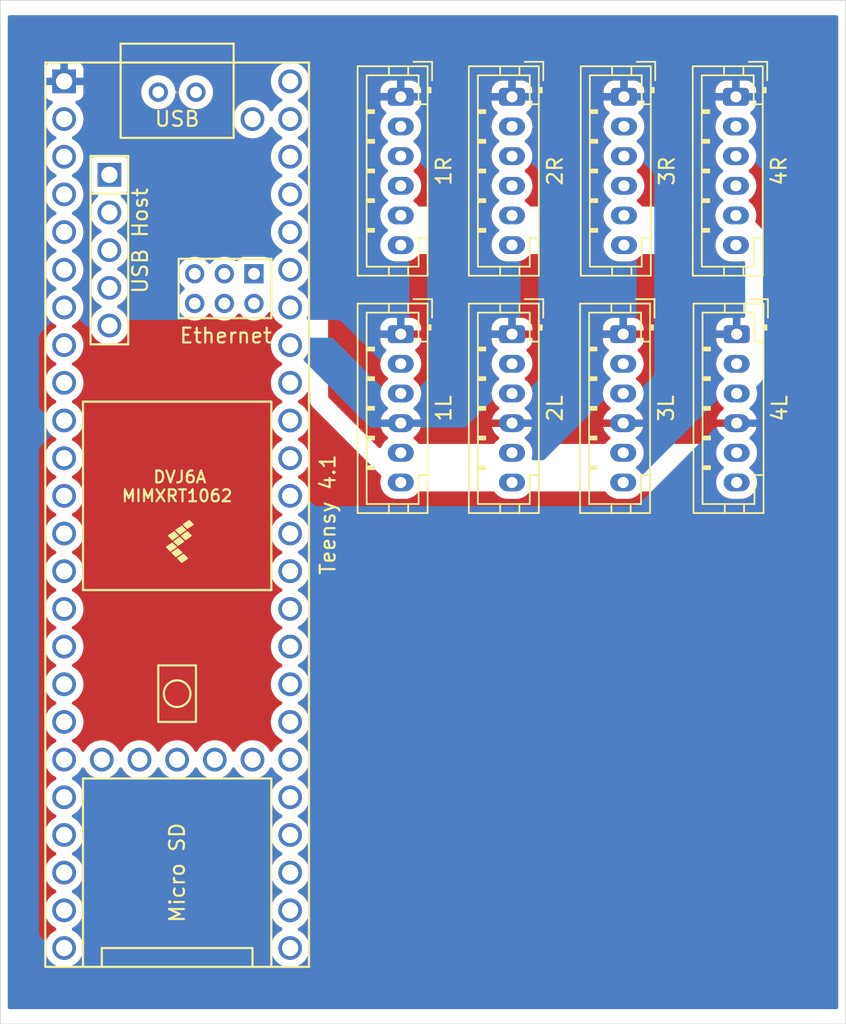
<source format=kicad_pcb>
(kicad_pcb (version 20241229) (generator "pcbnew") (generator_version "9.0")
  (layers (0 "F.Cu" signal) (4 "In1.Cu" signal) (6 "In2.Cu" signal) (2 "B.Cu" signal) (13 "F.Paste" user) (15 "B.Paste" user) (5 "F.SilkS" user "F.Silkscreen") (7 "B.SilkS" user "B.Silkscreen") (1 "F.Mask" user) (3 "B.Mask" user) (25 "Edge.Cuts" user))
  (net 0 "")
  (net 56 "+3.3V")
  (net 59 "BCLK1")
  (net 60 "LRCLK1")
  (net 61 "SAI1_RXD0")
  (net 62 "SAI1_RXD1")
  (net 63 "SAI1_RXD2")
  (net 64 "SAI2_RXD0")
  (net 65 "SAI1_RXD3")
  (net 66 "SAI2_RXD1")
  (net 67 "GND")
  (footprint "Connector_JST:JST_PH_B6B-PH-K_1x06_P2.00mm_Vertical" (layer "F.Cu") (at 228.65 51 -90)
    (property "Reference" "4L" (at 5 -2.9 90) (layer "F.SilkS"))
    (property "Value" "LeftMic")
    (fp_line (start -2.06 2.91) (end 12.06 2.91) (stroke (width 0.12)) (layer "F.SilkS"))
    (fp_line (start 12.06 2.91) (end 12.06 -1.81) (stroke (width 0.12)) (layer "F.SilkS"))
    (fp_line (start -1.45 2.3) (end 11.45 2.3) (stroke (width 0.12)) (layer "F.SilkS"))
    (fp_line (start 0.9 2.3) (end 0.9 1.8) (stroke (width 0.12)) (layer "F.SilkS"))
    (fp_line (start 1 2.3) (end 1 1.8) (stroke (width 0.12)) (layer "F.SilkS"))
    (fp_line (start 2.9 2.3) (end 2.9 1.8) (stroke (width 0.12)) (layer "F.SilkS"))
    (fp_line (start 3 2.3) (end 3 1.8) (stroke (width 0.12)) (layer "F.SilkS"))
    (fp_line (start 4.9 2.3) (end 4.9 1.8) (stroke (width 0.12)) (layer "F.SilkS"))
    (fp_line (start 5 2.3) (end 5 1.8) (stroke (width 0.12)) (layer "F.SilkS"))
    (fp_line (start 6.9 2.3) (end 6.9 1.8) (stroke (width 0.12)) (layer "F.SilkS"))
    (fp_line (start 7 2.3) (end 7 1.8) (stroke (width 0.12)) (layer "F.SilkS"))
    (fp_line (start 8.9 2.3) (end 8.9 1.8) (stroke (width 0.12)) (layer "F.SilkS"))
    (fp_line (start 9 2.3) (end 9 1.8) (stroke (width 0.12)) (layer "F.SilkS"))
    (fp_line (start 11.45 2.3) (end 11.45 -1.2) (stroke (width 0.12)) (layer "F.SilkS"))
    (fp_line (start 0.9 1.8) (end 1.1 1.8) (stroke (width 0.12)) (layer "F.SilkS"))
    (fp_line (start 1.1 1.8) (end 1.1 2.3) (stroke (width 0.12)) (layer "F.SilkS"))
    (fp_line (start 2.9 1.8) (end 3.1 1.8) (stroke (width 0.12)) (layer "F.SilkS"))
    (fp_line (start 3.1 1.8) (end 3.1 2.3) (stroke (width 0.12)) (layer "F.SilkS"))
    (fp_line (start 4.9 1.8) (end 5.1 1.8) (stroke (width 0.12)) (layer "F.SilkS"))
    (fp_line (start 5.1 1.8) (end 5.1 2.3) (stroke (width 0.12)) (layer "F.SilkS"))
    (fp_line (start 6.9 1.8) (end 7.1 1.8) (stroke (width 0.12)) (layer "F.SilkS"))
    (fp_line (start 7.1 1.8) (end 7.1 2.3) (stroke (width 0.12)) (layer "F.SilkS"))
    (fp_line (start 8.9 1.8) (end 9.1 1.8) (stroke (width 0.12)) (layer "F.SilkS"))
    (fp_line (start 9.1 1.8) (end 9.1 2.3) (stroke (width 0.12)) (layer "F.SilkS"))
    (fp_line (start -2.06 0.8) (end -1.45 0.8) (stroke (width 0.12)) (layer "F.SilkS"))
    (fp_line (start 12.06 0.8) (end 11.45 0.8) (stroke (width 0.12)) (layer "F.SilkS"))
    (fp_line (start -2.06 -0.5) (end -1.45 -0.5) (stroke (width 0.12)) (layer "F.SilkS"))
    (fp_line (start 12.06 -0.5) (end 11.45 -0.5) (stroke (width 0.12)) (layer "F.SilkS"))
    (fp_line (start -1.45 -1.2) (end -1.45 2.3) (stroke (width 0.12)) (layer "F.SilkS"))
    (fp_line (start 0.5 -1.2) (end -1.45 -1.2) (stroke (width 0.12)) (layer "F.SilkS"))
    (fp_line (start 9.5 -1.2) (end 9.5 -1.81) (stroke (width 0.12)) (layer "F.SilkS"))
    (fp_line (start 11.45 -1.2) (end 9.5 -1.2) (stroke (width 0.12)) (layer "F.SilkS"))
    (fp_line (start -2.06 -1.81) (end -2.06 2.91) (stroke (width 0.12)) (layer "F.SilkS"))
    (fp_line (start -0.3 -1.81) (end -0.3 -2.01) (stroke (width 0.12)) (layer "F.SilkS"))
    (fp_line (start 0.5 -1.81) (end 0.5 -1.2) (stroke (width 0.12)) (layer "F.SilkS"))
    (fp_line (start 12.06 -1.81) (end -2.06 -1.81) (stroke (width 0.12)) (layer "F.SilkS"))
    (fp_line (start -0.3 -1.91) (end -0.6 -1.91) (stroke (width 0.12)) (layer "F.SilkS"))
    (fp_line (start -0.6 -2.01) (end -0.6 -1.81) (stroke (width 0.12)) (layer "F.SilkS"))
    (fp_line (start -0.3 -2.01) (end -0.6 -2.01) (stroke (width 0.12)) (layer "F.SilkS"))
    (fp_line (start -2.36 -2.11) (end -2.36 -0.86) (stroke (width 0.12)) (layer "F.SilkS"))
    (fp_line (start -1.11 -2.11) (end -2.36 -2.11) (stroke (width 0.12)) (layer "F.SilkS"))
    (pad "1" thru_hole roundrect (at 0 0 270) (size 1.2 1.75) (drill 0.75) (layers "*.Cu" "*.Mask") (roundrect_rratio 0.208333) (net 67 "GND"))
    (pad "2" thru_hole oval (at 2 0 270) (size 1.2 1.75) (drill 0.75) (layers "*.Cu" "*.Mask") (net 56 "+3.3V"))
    (pad "3" thru_hole oval (at 4 0 270) (size 1.2 1.75) (drill 0.75) (layers "*.Cu" "*.Mask") (net 65 "SAI1_RXD3"))
    (pad "4" thru_hole oval (at 6 0 270) (size 1.2 1.75) (drill 0.75) (layers "*.Cu" "*.Mask") (net 67 "GND"))
    (pad "5" thru_hole oval (at 8 0 270) (size 1.2 1.75) (drill 0.75) (layers "*.Cu" "*.Mask") (net 59 "BCLK1"))
    (pad "6" thru_hole oval (at 10 0 270) (size 1.2 1.75) (drill 0.75) (layers "*.Cu" "*.Mask") (net 60 "LRCLK1"))
  )
  (footprint "Connector_JST:JST_PH_B6B-PH-K_1x06_P2.00mm_Vertical" (layer "F.Cu") (at 221 51 -90)
    (property "Reference" "3L" (at 5 -2.9 90) (layer "F.SilkS"))
    (property "Value" "LeftMic")
    (fp_line (start -2.06 2.91) (end 12.06 2.91) (stroke (width 0.12)) (layer "F.SilkS"))
    (fp_line (start 12.06 2.91) (end 12.06 -1.81) (stroke (width 0.12)) (layer "F.SilkS"))
    (fp_line (start -1.45 2.3) (end 11.45 2.3) (stroke (width 0.12)) (layer "F.SilkS"))
    (fp_line (start 0.9 2.3) (end 0.9 1.8) (stroke (width 0.12)) (layer "F.SilkS"))
    (fp_line (start 1 2.3) (end 1 1.8) (stroke (width 0.12)) (layer "F.SilkS"))
    (fp_line (start 2.9 2.3) (end 2.9 1.8) (stroke (width 0.12)) (layer "F.SilkS"))
    (fp_line (start 3 2.3) (end 3 1.8) (stroke (width 0.12)) (layer "F.SilkS"))
    (fp_line (start 4.9 2.3) (end 4.9 1.8) (stroke (width 0.12)) (layer "F.SilkS"))
    (fp_line (start 5 2.3) (end 5 1.8) (stroke (width 0.12)) (layer "F.SilkS"))
    (fp_line (start 6.9 2.3) (end 6.9 1.8) (stroke (width 0.12)) (layer "F.SilkS"))
    (fp_line (start 7 2.3) (end 7 1.8) (stroke (width 0.12)) (layer "F.SilkS"))
    (fp_line (start 8.9 2.3) (end 8.9 1.8) (stroke (width 0.12)) (layer "F.SilkS"))
    (fp_line (start 9 2.3) (end 9 1.8) (stroke (width 0.12)) (layer "F.SilkS"))
    (fp_line (start 11.45 2.3) (end 11.45 -1.2) (stroke (width 0.12)) (layer "F.SilkS"))
    (fp_line (start 0.9 1.8) (end 1.1 1.8) (stroke (width 0.12)) (layer "F.SilkS"))
    (fp_line (start 1.1 1.8) (end 1.1 2.3) (stroke (width 0.12)) (layer "F.SilkS"))
    (fp_line (start 2.9 1.8) (end 3.1 1.8) (stroke (width 0.12)) (layer "F.SilkS"))
    (fp_line (start 3.1 1.8) (end 3.1 2.3) (stroke (width 0.12)) (layer "F.SilkS"))
    (fp_line (start 4.9 1.8) (end 5.1 1.8) (stroke (width 0.12)) (layer "F.SilkS"))
    (fp_line (start 5.1 1.8) (end 5.1 2.3) (stroke (width 0.12)) (layer "F.SilkS"))
    (fp_line (start 6.9 1.8) (end 7.1 1.8) (stroke (width 0.12)) (layer "F.SilkS"))
    (fp_line (start 7.1 1.8) (end 7.1 2.3) (stroke (width 0.12)) (layer "F.SilkS"))
    (fp_line (start 8.9 1.8) (end 9.1 1.8) (stroke (width 0.12)) (layer "F.SilkS"))
    (fp_line (start 9.1 1.8) (end 9.1 2.3) (stroke (width 0.12)) (layer "F.SilkS"))
    (fp_line (start -2.06 0.8) (end -1.45 0.8) (stroke (width 0.12)) (layer "F.SilkS"))
    (fp_line (start 12.06 0.8) (end 11.45 0.8) (stroke (width 0.12)) (layer "F.SilkS"))
    (fp_line (start -2.06 -0.5) (end -1.45 -0.5) (stroke (width 0.12)) (layer "F.SilkS"))
    (fp_line (start 12.06 -0.5) (end 11.45 -0.5) (stroke (width 0.12)) (layer "F.SilkS"))
    (fp_line (start -1.45 -1.2) (end -1.45 2.3) (stroke (width 0.12)) (layer "F.SilkS"))
    (fp_line (start 0.5 -1.2) (end -1.45 -1.2) (stroke (width 0.12)) (layer "F.SilkS"))
    (fp_line (start 9.5 -1.2) (end 9.5 -1.81) (stroke (width 0.12)) (layer "F.SilkS"))
    (fp_line (start 11.45 -1.2) (end 9.5 -1.2) (stroke (width 0.12)) (layer "F.SilkS"))
    (fp_line (start -2.06 -1.81) (end -2.06 2.91) (stroke (width 0.12)) (layer "F.SilkS"))
    (fp_line (start -0.3 -1.81) (end -0.3 -2.01) (stroke (width 0.12)) (layer "F.SilkS"))
    (fp_line (start 0.5 -1.81) (end 0.5 -1.2) (stroke (width 0.12)) (layer "F.SilkS"))
    (fp_line (start 12.06 -1.81) (end -2.06 -1.81) (stroke (width 0.12)) (layer "F.SilkS"))
    (fp_line (start -0.3 -1.91) (end -0.6 -1.91) (stroke (width 0.12)) (layer "F.SilkS"))
    (fp_line (start -0.6 -2.01) (end -0.6 -1.81) (stroke (width 0.12)) (layer "F.SilkS"))
    (fp_line (start -0.3 -2.01) (end -0.6 -2.01) (stroke (width 0.12)) (layer "F.SilkS"))
    (fp_line (start -2.36 -2.11) (end -2.36 -0.86) (stroke (width 0.12)) (layer "F.SilkS"))
    (fp_line (start -1.11 -2.11) (end -2.36 -2.11) (stroke (width 0.12)) (layer "F.SilkS"))
    (pad "1" thru_hole roundrect (at 0 0 270) (size 1.2 1.75) (drill 0.75) (layers "*.Cu" "*.Mask") (roundrect_rratio 0.208333) (net 67 "GND"))
    (pad "2" thru_hole oval (at 2 0 270) (size 1.2 1.75) (drill 0.75) (layers "*.Cu" "*.Mask") (net 56 "+3.3V"))
    (pad "3" thru_hole oval (at 4 0 270) (size 1.2 1.75) (drill 0.75) (layers "*.Cu" "*.Mask") (net 63 "SAI1_RXD2"))
    (pad "4" thru_hole oval (at 6 0 270) (size 1.2 1.75) (drill 0.75) (layers "*.Cu" "*.Mask") (net 67 "GND"))
    (pad "5" thru_hole oval (at 8 0 270) (size 1.2 1.75) (drill 0.75) (layers "*.Cu" "*.Mask") (net 59 "BCLK1"))
    (pad "6" thru_hole oval (at 10 0 270) (size 1.2 1.75) (drill 0.75) (layers "*.Cu" "*.Mask") (net 60 "LRCLK1"))
  )
  (footprint "Connector_JST:JST_PH_B6B-PH-K_1x06_P2.00mm_Vertical" (layer "F.Cu") (at 221.05 35 -90)
    (property "Reference" "3R" (at 5 -2.9 90) (layer "F.SilkS"))
    (property "Value" "RightMic")
    (fp_line (start -2.06 2.91) (end 12.06 2.91) (stroke (width 0.12)) (layer "F.SilkS"))
    (fp_line (start 12.06 2.91) (end 12.06 -1.81) (stroke (width 0.12)) (layer "F.SilkS"))
    (fp_line (start -1.45 2.3) (end 11.45 2.3) (stroke (width 0.12)) (layer "F.SilkS"))
    (fp_line (start 0.9 2.3) (end 0.9 1.8) (stroke (width 0.12)) (layer "F.SilkS"))
    (fp_line (start 1 2.3) (end 1 1.8) (stroke (width 0.12)) (layer "F.SilkS"))
    (fp_line (start 2.9 2.3) (end 2.9 1.8) (stroke (width 0.12)) (layer "F.SilkS"))
    (fp_line (start 3 2.3) (end 3 1.8) (stroke (width 0.12)) (layer "F.SilkS"))
    (fp_line (start 4.9 2.3) (end 4.9 1.8) (stroke (width 0.12)) (layer "F.SilkS"))
    (fp_line (start 5 2.3) (end 5 1.8) (stroke (width 0.12)) (layer "F.SilkS"))
    (fp_line (start 6.9 2.3) (end 6.9 1.8) (stroke (width 0.12)) (layer "F.SilkS"))
    (fp_line (start 7 2.3) (end 7 1.8) (stroke (width 0.12)) (layer "F.SilkS"))
    (fp_line (start 8.9 2.3) (end 8.9 1.8) (stroke (width 0.12)) (layer "F.SilkS"))
    (fp_line (start 9 2.3) (end 9 1.8) (stroke (width 0.12)) (layer "F.SilkS"))
    (fp_line (start 11.45 2.3) (end 11.45 -1.2) (stroke (width 0.12)) (layer "F.SilkS"))
    (fp_line (start 0.9 1.8) (end 1.1 1.8) (stroke (width 0.12)) (layer "F.SilkS"))
    (fp_line (start 1.1 1.8) (end 1.1 2.3) (stroke (width 0.12)) (layer "F.SilkS"))
    (fp_line (start 2.9 1.8) (end 3.1 1.8) (stroke (width 0.12)) (layer "F.SilkS"))
    (fp_line (start 3.1 1.8) (end 3.1 2.3) (stroke (width 0.12)) (layer "F.SilkS"))
    (fp_line (start 4.9 1.8) (end 5.1 1.8) (stroke (width 0.12)) (layer "F.SilkS"))
    (fp_line (start 5.1 1.8) (end 5.1 2.3) (stroke (width 0.12)) (layer "F.SilkS"))
    (fp_line (start 6.9 1.8) (end 7.1 1.8) (stroke (width 0.12)) (layer "F.SilkS"))
    (fp_line (start 7.1 1.8) (end 7.1 2.3) (stroke (width 0.12)) (layer "F.SilkS"))
    (fp_line (start 8.9 1.8) (end 9.1 1.8) (stroke (width 0.12)) (layer "F.SilkS"))
    (fp_line (start 9.1 1.8) (end 9.1 2.3) (stroke (width 0.12)) (layer "F.SilkS"))
    (fp_line (start -2.06 0.8) (end -1.45 0.8) (stroke (width 0.12)) (layer "F.SilkS"))
    (fp_line (start 12.06 0.8) (end 11.45 0.8) (stroke (width 0.12)) (layer "F.SilkS"))
    (fp_line (start -2.06 -0.5) (end -1.45 -0.5) (stroke (width 0.12)) (layer "F.SilkS"))
    (fp_line (start 12.06 -0.5) (end 11.45 -0.5) (stroke (width 0.12)) (layer "F.SilkS"))
    (fp_line (start -1.45 -1.2) (end -1.45 2.3) (stroke (width 0.12)) (layer "F.SilkS"))
    (fp_line (start 0.5 -1.2) (end -1.45 -1.2) (stroke (width 0.12)) (layer "F.SilkS"))
    (fp_line (start 9.5 -1.2) (end 9.5 -1.81) (stroke (width 0.12)) (layer "F.SilkS"))
    (fp_line (start 11.45 -1.2) (end 9.5 -1.2) (stroke (width 0.12)) (layer "F.SilkS"))
    (fp_line (start -2.06 -1.81) (end -2.06 2.91) (stroke (width 0.12)) (layer "F.SilkS"))
    (fp_line (start -0.3 -1.81) (end -0.3 -2.01) (stroke (width 0.12)) (layer "F.SilkS"))
    (fp_line (start 0.5 -1.81) (end 0.5 -1.2) (stroke (width 0.12)) (layer "F.SilkS"))
    (fp_line (start 12.06 -1.81) (end -2.06 -1.81) (stroke (width 0.12)) (layer "F.SilkS"))
    (fp_line (start -0.3 -1.91) (end -0.6 -1.91) (stroke (width 0.12)) (layer "F.SilkS"))
    (fp_line (start -0.6 -2.01) (end -0.6 -1.81) (stroke (width 0.12)) (layer "F.SilkS"))
    (fp_line (start -0.3 -2.01) (end -0.6 -2.01) (stroke (width 0.12)) (layer "F.SilkS"))
    (fp_line (start -2.36 -2.11) (end -2.36 -0.86) (stroke (width 0.12)) (layer "F.SilkS"))
    (fp_line (start -1.11 -2.11) (end -2.36 -2.11) (stroke (width 0.12)) (layer "F.SilkS"))
    (pad "1" thru_hole roundrect (at 0 0 270) (size 1.2 1.75) (drill 0.75) (layers "*.Cu" "*.Mask") (roundrect_rratio 0.208333) (net 67 "GND"))
    (pad "2" thru_hole oval (at 2 0 270) (size 1.2 1.75) (drill 0.75) (layers "*.Cu" "*.Mask") (net 56 "+3.3V"))
    (pad "3" thru_hole oval (at 4 0 270) (size 1.2 1.75) (drill 0.75) (layers "*.Cu" "*.Mask") (net 63 "SAI1_RXD2"))
    (pad "4" thru_hole oval (at 6 0 270) (size 1.2 1.75) (drill 0.75) (layers "*.Cu" "*.Mask") (net 56 "+3.3V"))
    (pad "5" thru_hole oval (at 8 0 270) (size 1.2 1.75) (drill 0.75) (layers "*.Cu" "*.Mask") (net 59 "BCLK1"))
    (pad "6" thru_hole oval (at 10 0 270) (size 1.2 1.75) (drill 0.75) (layers "*.Cu" "*.Mask") (net 60 "LRCLK1"))
  )
  (footprint "Connector_JST:JST_PH_B6B-PH-K_1x06_P2.00mm_Vertical" (layer "F.Cu") (at 206 51 -90)
    (property "Reference" "1L" (at 5 -2.9 90) (layer "F.SilkS"))
    (property "Value" "LeftMic")
    (fp_line (start -2.06 2.91) (end 12.06 2.91) (stroke (width 0.12)) (layer "F.SilkS"))
    (fp_line (start 12.06 2.91) (end 12.06 -1.81) (stroke (width 0.12)) (layer "F.SilkS"))
    (fp_line (start -1.45 2.3) (end 11.45 2.3) (stroke (width 0.12)) (layer "F.SilkS"))
    (fp_line (start 0.9 2.3) (end 0.9 1.8) (stroke (width 0.12)) (layer "F.SilkS"))
    (fp_line (start 1 2.3) (end 1 1.8) (stroke (width 0.12)) (layer "F.SilkS"))
    (fp_line (start 2.9 2.3) (end 2.9 1.8) (stroke (width 0.12)) (layer "F.SilkS"))
    (fp_line (start 3 2.3) (end 3 1.8) (stroke (width 0.12)) (layer "F.SilkS"))
    (fp_line (start 4.9 2.3) (end 4.9 1.8) (stroke (width 0.12)) (layer "F.SilkS"))
    (fp_line (start 5 2.3) (end 5 1.8) (stroke (width 0.12)) (layer "F.SilkS"))
    (fp_line (start 6.9 2.3) (end 6.9 1.8) (stroke (width 0.12)) (layer "F.SilkS"))
    (fp_line (start 7 2.3) (end 7 1.8) (stroke (width 0.12)) (layer "F.SilkS"))
    (fp_line (start 8.9 2.3) (end 8.9 1.8) (stroke (width 0.12)) (layer "F.SilkS"))
    (fp_line (start 9 2.3) (end 9 1.8) (stroke (width 0.12)) (layer "F.SilkS"))
    (fp_line (start 11.45 2.3) (end 11.45 -1.2) (stroke (width 0.12)) (layer "F.SilkS"))
    (fp_line (start 0.9 1.8) (end 1.1 1.8) (stroke (width 0.12)) (layer "F.SilkS"))
    (fp_line (start 1.1 1.8) (end 1.1 2.3) (stroke (width 0.12)) (layer "F.SilkS"))
    (fp_line (start 2.9 1.8) (end 3.1 1.8) (stroke (width 0.12)) (layer "F.SilkS"))
    (fp_line (start 3.1 1.8) (end 3.1 2.3) (stroke (width 0.12)) (layer "F.SilkS"))
    (fp_line (start 4.9 1.8) (end 5.1 1.8) (stroke (width 0.12)) (layer "F.SilkS"))
    (fp_line (start 5.1 1.8) (end 5.1 2.3) (stroke (width 0.12)) (layer "F.SilkS"))
    (fp_line (start 6.9 1.8) (end 7.1 1.8) (stroke (width 0.12)) (layer "F.SilkS"))
    (fp_line (start 7.1 1.8) (end 7.1 2.3) (stroke (width 0.12)) (layer "F.SilkS"))
    (fp_line (start 8.9 1.8) (end 9.1 1.8) (stroke (width 0.12)) (layer "F.SilkS"))
    (fp_line (start 9.1 1.8) (end 9.1 2.3) (stroke (width 0.12)) (layer "F.SilkS"))
    (fp_line (start -2.06 0.8) (end -1.45 0.8) (stroke (width 0.12)) (layer "F.SilkS"))
    (fp_line (start 12.06 0.8) (end 11.45 0.8) (stroke (width 0.12)) (layer "F.SilkS"))
    (fp_line (start -2.06 -0.5) (end -1.45 -0.5) (stroke (width 0.12)) (layer "F.SilkS"))
    (fp_line (start 12.06 -0.5) (end 11.45 -0.5) (stroke (width 0.12)) (layer "F.SilkS"))
    (fp_line (start -1.45 -1.2) (end -1.45 2.3) (stroke (width 0.12)) (layer "F.SilkS"))
    (fp_line (start 0.5 -1.2) (end -1.45 -1.2) (stroke (width 0.12)) (layer "F.SilkS"))
    (fp_line (start 9.5 -1.2) (end 9.5 -1.81) (stroke (width 0.12)) (layer "F.SilkS"))
    (fp_line (start 11.45 -1.2) (end 9.5 -1.2) (stroke (width 0.12)) (layer "F.SilkS"))
    (fp_line (start -2.06 -1.81) (end -2.06 2.91) (stroke (width 0.12)) (layer "F.SilkS"))
    (fp_line (start -0.3 -1.81) (end -0.3 -2.01) (stroke (width 0.12)) (layer "F.SilkS"))
    (fp_line (start 0.5 -1.81) (end 0.5 -1.2) (stroke (width 0.12)) (layer "F.SilkS"))
    (fp_line (start 12.06 -1.81) (end -2.06 -1.81) (stroke (width 0.12)) (layer "F.SilkS"))
    (fp_line (start -0.3 -1.91) (end -0.6 -1.91) (stroke (width 0.12)) (layer "F.SilkS"))
    (fp_line (start -0.6 -2.01) (end -0.6 -1.81) (stroke (width 0.12)) (layer "F.SilkS"))
    (fp_line (start -0.3 -2.01) (end -0.6 -2.01) (stroke (width 0.12)) (layer "F.SilkS"))
    (fp_line (start -2.36 -2.11) (end -2.36 -0.86) (stroke (width 0.12)) (layer "F.SilkS"))
    (fp_line (start -1.11 -2.11) (end -2.36 -2.11) (stroke (width 0.12)) (layer "F.SilkS"))
    (pad "1" thru_hole roundrect (at 0 0 270) (size 1.2 1.75) (drill 0.75) (layers "*.Cu" "*.Mask") (roundrect_rratio 0.208333) (net 67 "GND"))
    (pad "2" thru_hole oval (at 2 0 270) (size 1.2 1.75) (drill 0.75) (layers "*.Cu" "*.Mask") (net 56 "+3.3V"))
    (pad "3" thru_hole oval (at 4 0 270) (size 1.2 1.75) (drill 0.75) (layers "*.Cu" "*.Mask") (net 61 "SAI1_RXD0"))
    (pad "4" thru_hole oval (at 6 0 270) (size 1.2 1.75) (drill 0.75) (layers "*.Cu" "*.Mask") (net 67 "GND"))
    (pad "5" thru_hole oval (at 8 0 270) (size 1.2 1.75) (drill 0.75) (layers "*.Cu" "*.Mask") (net 59 "BCLK1"))
    (pad "6" thru_hole oval (at 10 0 270) (size 1.2 1.75) (drill 0.75) (layers "*.Cu" "*.Mask") (net 60 "LRCLK1"))
  )
  (footprint "Connector_JST:JST_PH_B6B-PH-K_1x06_P2.00mm_Vertical" (layer "F.Cu") (at 228.6 35 -90)
    (property "Reference" "4R" (at 5 -2.9 90) (layer "F.SilkS"))
    (property "Value" "RightMic")
    (fp_line (start -2.06 2.91) (end 12.06 2.91) (stroke (width 0.12)) (layer "F.SilkS"))
    (fp_line (start 12.06 2.91) (end 12.06 -1.81) (stroke (width 0.12)) (layer "F.SilkS"))
    (fp_line (start -1.45 2.3) (end 11.45 2.3) (stroke (width 0.12)) (layer "F.SilkS"))
    (fp_line (start 0.9 2.3) (end 0.9 1.8) (stroke (width 0.12)) (layer "F.SilkS"))
    (fp_line (start 1 2.3) (end 1 1.8) (stroke (width 0.12)) (layer "F.SilkS"))
    (fp_line (start 2.9 2.3) (end 2.9 1.8) (stroke (width 0.12)) (layer "F.SilkS"))
    (fp_line (start 3 2.3) (end 3 1.8) (stroke (width 0.12)) (layer "F.SilkS"))
    (fp_line (start 4.9 2.3) (end 4.9 1.8) (stroke (width 0.12)) (layer "F.SilkS"))
    (fp_line (start 5 2.3) (end 5 1.8) (stroke (width 0.12)) (layer "F.SilkS"))
    (fp_line (start 6.9 2.3) (end 6.9 1.8) (stroke (width 0.12)) (layer "F.SilkS"))
    (fp_line (start 7 2.3) (end 7 1.8) (stroke (width 0.12)) (layer "F.SilkS"))
    (fp_line (start 8.9 2.3) (end 8.9 1.8) (stroke (width 0.12)) (layer "F.SilkS"))
    (fp_line (start 9 2.3) (end 9 1.8) (stroke (width 0.12)) (layer "F.SilkS"))
    (fp_line (start 11.45 2.3) (end 11.45 -1.2) (stroke (width 0.12)) (layer "F.SilkS"))
    (fp_line (start 0.9 1.8) (end 1.1 1.8) (stroke (width 0.12)) (layer "F.SilkS"))
    (fp_line (start 1.1 1.8) (end 1.1 2.3) (stroke (width 0.12)) (layer "F.SilkS"))
    (fp_line (start 2.9 1.8) (end 3.1 1.8) (stroke (width 0.12)) (layer "F.SilkS"))
    (fp_line (start 3.1 1.8) (end 3.1 2.3) (stroke (width 0.12)) (layer "F.SilkS"))
    (fp_line (start 4.9 1.8) (end 5.1 1.8) (stroke (width 0.12)) (layer "F.SilkS"))
    (fp_line (start 5.1 1.8) (end 5.1 2.3) (stroke (width 0.12)) (layer "F.SilkS"))
    (fp_line (start 6.9 1.8) (end 7.1 1.8) (stroke (width 0.12)) (layer "F.SilkS"))
    (fp_line (start 7.1 1.8) (end 7.1 2.3) (stroke (width 0.12)) (layer "F.SilkS"))
    (fp_line (start 8.9 1.8) (end 9.1 1.8) (stroke (width 0.12)) (layer "F.SilkS"))
    (fp_line (start 9.1 1.8) (end 9.1 2.3) (stroke (width 0.12)) (layer "F.SilkS"))
    (fp_line (start -2.06 0.8) (end -1.45 0.8) (stroke (width 0.12)) (layer "F.SilkS"))
    (fp_line (start 12.06 0.8) (end 11.45 0.8) (stroke (width 0.12)) (layer "F.SilkS"))
    (fp_line (start -2.06 -0.5) (end -1.45 -0.5) (stroke (width 0.12)) (layer "F.SilkS"))
    (fp_line (start 12.06 -0.5) (end 11.45 -0.5) (stroke (width 0.12)) (layer "F.SilkS"))
    (fp_line (start -1.45 -1.2) (end -1.45 2.3) (stroke (width 0.12)) (layer "F.SilkS"))
    (fp_line (start 0.5 -1.2) (end -1.45 -1.2) (stroke (width 0.12)) (layer "F.SilkS"))
    (fp_line (start 9.5 -1.2) (end 9.5 -1.81) (stroke (width 0.12)) (layer "F.SilkS"))
    (fp_line (start 11.45 -1.2) (end 9.5 -1.2) (stroke (width 0.12)) (layer "F.SilkS"))
    (fp_line (start -2.06 -1.81) (end -2.06 2.91) (stroke (width 0.12)) (layer "F.SilkS"))
    (fp_line (start -0.3 -1.81) (end -0.3 -2.01) (stroke (width 0.12)) (layer "F.SilkS"))
    (fp_line (start 0.5 -1.81) (end 0.5 -1.2) (stroke (width 0.12)) (layer "F.SilkS"))
    (fp_line (start 12.06 -1.81) (end -2.06 -1.81) (stroke (width 0.12)) (layer "F.SilkS"))
    (fp_line (start -0.3 -1.91) (end -0.6 -1.91) (stroke (width 0.12)) (layer "F.SilkS"))
    (fp_line (start -0.6 -2.01) (end -0.6 -1.81) (stroke (width 0.12)) (layer "F.SilkS"))
    (fp_line (start -0.3 -2.01) (end -0.6 -2.01) (stroke (width 0.12)) (layer "F.SilkS"))
    (fp_line (start -2.36 -2.11) (end -2.36 -0.86) (stroke (width 0.12)) (layer "F.SilkS"))
    (fp_line (start -1.11 -2.11) (end -2.36 -2.11) (stroke (width 0.12)) (layer "F.SilkS"))
    (pad "1" thru_hole roundrect (at 0 0 270) (size 1.2 1.75) (drill 0.75) (layers "*.Cu" "*.Mask") (roundrect_rratio 0.208333) (net 67 "GND"))
    (pad "2" thru_hole oval (at 2 0 270) (size 1.2 1.75) (drill 0.75) (layers "*.Cu" "*.Mask") (net 56 "+3.3V"))
    (pad "3" thru_hole oval (at 4 0 270) (size 1.2 1.75) (drill 0.75) (layers "*.Cu" "*.Mask") (net 65 "SAI1_RXD3"))
    (pad "4" thru_hole oval (at 6 0 270) (size 1.2 1.75) (drill 0.75) (layers "*.Cu" "*.Mask") (net 56 "+3.3V"))
    (pad "5" thru_hole oval (at 8 0 270) (size 1.2 1.75) (drill 0.75) (layers "*.Cu" "*.Mask") (net 59 "BCLK1"))
    (pad "6" thru_hole oval (at 10 0 270) (size 1.2 1.75) (drill 0.75) (layers "*.Cu" "*.Mask") (net 60 "LRCLK1"))
  )
  (footprint "Connector_JST:JST_PH_B6B-PH-K_1x06_P2.00mm_Vertical" (layer "F.Cu") (at 213.5 51 -90)
    (property "Reference" "2L" (at 5 -2.9 90) (layer "F.SilkS"))
    (property "Value" "LeftMic")
    (fp_line (start -2.06 2.91) (end 12.06 2.91) (stroke (width 0.12)) (layer "F.SilkS"))
    (fp_line (start 12.06 2.91) (end 12.06 -1.81) (stroke (width 0.12)) (layer "F.SilkS"))
    (fp_line (start -1.45 2.3) (end 11.45 2.3) (stroke (width 0.12)) (layer "F.SilkS"))
    (fp_line (start 0.9 2.3) (end 0.9 1.8) (stroke (width 0.12)) (layer "F.SilkS"))
    (fp_line (start 1 2.3) (end 1 1.8) (stroke (width 0.12)) (layer "F.SilkS"))
    (fp_line (start 2.9 2.3) (end 2.9 1.8) (stroke (width 0.12)) (layer "F.SilkS"))
    (fp_line (start 3 2.3) (end 3 1.8) (stroke (width 0.12)) (layer "F.SilkS"))
    (fp_line (start 4.9 2.3) (end 4.9 1.8) (stroke (width 0.12)) (layer "F.SilkS"))
    (fp_line (start 5 2.3) (end 5 1.8) (stroke (width 0.12)) (layer "F.SilkS"))
    (fp_line (start 6.9 2.3) (end 6.9 1.8) (stroke (width 0.12)) (layer "F.SilkS"))
    (fp_line (start 7 2.3) (end 7 1.8) (stroke (width 0.12)) (layer "F.SilkS"))
    (fp_line (start 8.9 2.3) (end 8.9 1.8) (stroke (width 0.12)) (layer "F.SilkS"))
    (fp_line (start 9 2.3) (end 9 1.8) (stroke (width 0.12)) (layer "F.SilkS"))
    (fp_line (start 11.45 2.3) (end 11.45 -1.2) (stroke (width 0.12)) (layer "F.SilkS"))
    (fp_line (start 0.9 1.8) (end 1.1 1.8) (stroke (width 0.12)) (layer "F.SilkS"))
    (fp_line (start 1.1 1.8) (end 1.1 2.3) (stroke (width 0.12)) (layer "F.SilkS"))
    (fp_line (start 2.9 1.8) (end 3.1 1.8) (stroke (width 0.12)) (layer "F.SilkS"))
    (fp_line (start 3.1 1.8) (end 3.1 2.3) (stroke (width 0.12)) (layer "F.SilkS"))
    (fp_line (start 4.9 1.8) (end 5.1 1.8) (stroke (width 0.12)) (layer "F.SilkS"))
    (fp_line (start 5.1 1.8) (end 5.1 2.3) (stroke (width 0.12)) (layer "F.SilkS"))
    (fp_line (start 6.9 1.8) (end 7.1 1.8) (stroke (width 0.12)) (layer "F.SilkS"))
    (fp_line (start 7.1 1.8) (end 7.1 2.3) (stroke (width 0.12)) (layer "F.SilkS"))
    (fp_line (start 8.9 1.8) (end 9.1 1.8) (stroke (width 0.12)) (layer "F.SilkS"))
    (fp_line (start 9.1 1.8) (end 9.1 2.3) (stroke (width 0.12)) (layer "F.SilkS"))
    (fp_line (start -2.06 0.8) (end -1.45 0.8) (stroke (width 0.12)) (layer "F.SilkS"))
    (fp_line (start 12.06 0.8) (end 11.45 0.8) (stroke (width 0.12)) (layer "F.SilkS"))
    (fp_line (start -2.06 -0.5) (end -1.45 -0.5) (stroke (width 0.12)) (layer "F.SilkS"))
    (fp_line (start 12.06 -0.5) (end 11.45 -0.5) (stroke (width 0.12)) (layer "F.SilkS"))
    (fp_line (start -1.45 -1.2) (end -1.45 2.3) (stroke (width 0.12)) (layer "F.SilkS"))
    (fp_line (start 0.5 -1.2) (end -1.45 -1.2) (stroke (width 0.12)) (layer "F.SilkS"))
    (fp_line (start 9.5 -1.2) (end 9.5 -1.81) (stroke (width 0.12)) (layer "F.SilkS"))
    (fp_line (start 11.45 -1.2) (end 9.5 -1.2) (stroke (width 0.12)) (layer "F.SilkS"))
    (fp_line (start -2.06 -1.81) (end -2.06 2.91) (stroke (width 0.12)) (layer "F.SilkS"))
    (fp_line (start -0.3 -1.81) (end -0.3 -2.01) (stroke (width 0.12)) (layer "F.SilkS"))
    (fp_line (start 0.5 -1.81) (end 0.5 -1.2) (stroke (width 0.12)) (layer "F.SilkS"))
    (fp_line (start 12.06 -1.81) (end -2.06 -1.81) (stroke (width 0.12)) (layer "F.SilkS"))
    (fp_line (start -0.3 -1.91) (end -0.6 -1.91) (stroke (width 0.12)) (layer "F.SilkS"))
    (fp_line (start -0.6 -2.01) (end -0.6 -1.81) (stroke (width 0.12)) (layer "F.SilkS"))
    (fp_line (start -0.3 -2.01) (end -0.6 -2.01) (stroke (width 0.12)) (layer "F.SilkS"))
    (fp_line (start -2.36 -2.11) (end -2.36 -0.86) (stroke (width 0.12)) (layer "F.SilkS"))
    (fp_line (start -1.11 -2.11) (end -2.36 -2.11) (stroke (width 0.12)) (layer "F.SilkS"))
    (pad "1" thru_hole roundrect (at 0 0 270) (size 1.2 1.75) (drill 0.75) (layers "*.Cu" "*.Mask") (roundrect_rratio 0.208333) (net 67 "GND"))
    (pad "2" thru_hole oval (at 2 0 270) (size 1.2 1.75) (drill 0.75) (layers "*.Cu" "*.Mask") (net 56 "+3.3V"))
    (pad "3" thru_hole oval (at 4 0 270) (size 1.2 1.75) (drill 0.75) (layers "*.Cu" "*.Mask") (net 62 "SAI1_RXD1"))
    (pad "4" thru_hole oval (at 6 0 270) (size 1.2 1.75) (drill 0.75) (layers "*.Cu" "*.Mask") (net 67 "GND"))
    (pad "5" thru_hole oval (at 8 0 270) (size 1.2 1.75) (drill 0.75) (layers "*.Cu" "*.Mask") (net 59 "BCLK1"))
    (pad "6" thru_hole oval (at 10 0 270) (size 1.2 1.75) (drill 0.75) (layers "*.Cu" "*.Mask") (net 60 "LRCLK1"))
  )
  (footprint "teensy:Teensy41" (layer "F.Cu") (at 190.92 63.17 -90)
    (property "Reference" "Teensy 4.1" (at 0 -10.16 90) (layer "F.SilkS"))
    (property "Value" "Teensy4.1")
    (fp_line (start -30.48 8.89) (end -30.48 -8.89) (stroke (width 0.15)) (layer "F.SilkS"))
    (fp_line (start 30.48 8.89) (end -30.48 8.89) (stroke (width 0.15)) (layer "F.SilkS"))
    (fp_line (start -7.62 6.35) (end 5.08 6.35) (stroke (width 0.15)) (layer "F.SilkS"))
    (fp_line (start 5.08 6.35) (end 5.08 -6.35) (stroke (width 0.15)) (layer "F.SilkS"))
    (fp_line (start 17.78 6.35) (end 30.48 6.35) (stroke (width 0.15)) (layer "F.SilkS"))
    (fp_line (start -24.1808 5.8392) (end -24.1808 3.2992) (stroke (width 0.15)) (layer "F.SilkS"))
    (fp_line (start -11.4808 5.8392) (end -24.1808 5.8392) (stroke (width 0.15)) (layer "F.SilkS"))
    (fp_line (start 29.21 5.08) (end 30.48 5.08) (stroke (width 0.15)) (layer "F.SilkS"))
    (fp_line (start -31.75 3.81) (end -31.75 -3.81) (stroke (width 0.15)) (layer "F.SilkS"))
    (fp_line (start -30.48 3.81) (end -31.75 3.81) (stroke (width 0.15)) (layer "F.SilkS"))
    (fp_line (start -25.4 3.81) (end -30.48 3.81) (stroke (width 0.15)) (layer "F.SilkS"))
    (fp_line (start -25.4 3.81) (end -25.4 -3.81) (stroke (width 0.15)) (layer "F.SilkS"))
    (fp_line (start -24.1808 3.2992) (end -21.6408 3.2992) (stroke (width 0.15)) (layer "F.SilkS"))
    (fp_line (start -24.1808 3.2992) (end -11.4808 3.2992) (stroke (width 0.15)) (layer "F.SilkS"))
    (fp_line (start -21.6408 3.2992) (end -21.6408 5.8392) (stroke (width 0.15)) (layer "F.SilkS"))
    (fp_line (start -11.4808 3.2992) (end -11.4808 5.8392) (stroke (width 0.15)) (layer "F.SilkS"))
    (fp_line (start 10.16 1.27) (end 10.16 -1.27) (stroke (width 0.15)) (layer "F.SilkS"))
    (fp_line (start 13.97 1.27) (end 10.16 1.27) (stroke (width 0.15)) (layer "F.SilkS"))
    (fp_line (start -17.25 -0.1016) (end -13.25 -0.1016) (stroke (width 0.15)) (layer "F.SilkS"))
    (fp_line (start -13.25 -0.1016) (end -13.25 -6.3516) (stroke (width 0.15)) (layer "F.SilkS"))
    (fp_line (start 10.16 -1.27) (end 13.97 -1.27) (stroke (width 0.15)) (layer "F.SilkS"))
    (fp_line (start 13.97 -1.27) (end 13.97 1.27) (stroke (width 0.15)) (layer "F.SilkS"))
    (fp_line (start -31.75 -3.81) (end -30.48 -3.81) (stroke (width 0.15)) (layer "F.SilkS"))
    (fp_line (start -25.4 -3.81) (end -30.48 -3.81) (stroke (width 0.15)) (layer "F.SilkS"))
    (fp_line (start 29.21 -5.08) (end 29.21 5.08) (stroke (width 0.15)) (layer "F.SilkS"))
    (fp_line (start 30.48 -5.08) (end 29.21 -5.08) (stroke (width 0.15)) (layer "F.SilkS"))
    (fp_line (start -17.25 -6.1016) (end -17.25 -0.1016) (stroke (width 0.15)) (layer "F.SilkS"))
    (fp_line (start -7.62 -6.35) (end -7.62 6.35) (stroke (width 0.15)) (layer "F.SilkS"))
    (fp_line (start 5.08 -6.35) (end -7.62 -6.35) (stroke (width 0.15)) (layer "F.SilkS"))
    (fp_line (start 17.78 -6.35) (end 17.78 6.35) (stroke (width 0.15)) (layer "F.SilkS"))
    (fp_line (start 30.48 -6.35) (end 17.78 -6.35) (stroke (width 0.15)) (layer "F.SilkS"))
    (fp_line (start -17.25 -6.3516) (end -17.25 -6.1016) (stroke (width 0.15)) (layer "F.SilkS"))
    (fp_line (start -13.25 -6.3516) (end -17.25 -6.3516) (stroke (width 0.15)) (layer "F.SilkS"))
    (fp_line (start -30.48 -8.89) (end 30.48 -8.89) (stroke (width 0.15)) (layer "F.SilkS"))
    (fp_line (start 30.48 -8.89) (end 30.48 8.89) (stroke (width 0.15)) (layer "F.SilkS"))
    (fp_circle (center 12.065 0) (end 12.7 -0.635) (stroke (width 0.15)) (fill no) (layer "F.SilkS"))
    (fp_poly (pts (xy 2.435 0.455) (xy 2.181 0.709) (xy 1.927 0.328) (xy 2.181 0.074)) (stroke (width 0.1)) (fill yes) (layer "F.SilkS"))
    (fp_poly (pts (xy 1.673 0.328) (xy 1.419 0.582) (xy 1.165 0.201) (xy 1.419 -0.053)) (stroke (width 0.1)) (fill yes) (layer "F.SilkS"))
    (fp_poly (pts (xy 2.816 0.074) (xy 2.562 0.328) (xy 2.308 -0.053) (xy 2.562 -0.307)) (stroke (width 0.1)) (fill yes) (layer "F.SilkS"))
    (fp_poly (pts (xy 2.054 -0.053) (xy 1.8 0.201) (xy 1.546 -0.18) (xy 1.8 -0.434)) (stroke (width 0.1)) (fill yes) (layer "F.SilkS"))
    (fp_poly (pts (xy 1.292 -0.18) (xy 1.038 0.074) (xy 0.784 -0.307) (xy 1.038 -0.561)) (stroke (width 0.1)) (fill yes) (layer "F.SilkS"))
    (fp_poly (pts (xy 3.197 -0.307) (xy 2.943 -0.053) (xy 2.689 -0.434) (xy 2.943 -0.688)) (stroke (width 0.1)) (fill yes) (layer "F.SilkS"))
    (fp_poly (pts (xy 1.673 -0.561) (xy 1.419 -0.307) (xy 1.165 -0.688) (xy 1.419 -0.942)) (stroke (width 0.1)) (fill yes) (layer "F.SilkS"))
    (fp_poly (pts (xy 0.911 -0.688) (xy 0.657 -0.434) (xy 0.403 -0.815) (xy 0.657 -1.069)) (stroke (width 0.1)) (fill yes) (layer "F.SilkS"))
    (fp_text user "DVJ6A" (at -2.54 -0.18 0) (layer "F.SilkS") (effects (font (size 0.8 0.8))))
    (fp_text user "Micro SD" (at 24.13 0 90) (layer "F.SilkS"))
    (fp_text user "USB Host" (at -18.4658 2.4892 90) (layer "F.SilkS"))
    (fp_text user "Ethernet" (at -12.065 -3.2766 0) (layer "F.SilkS"))
    (fp_text user "USB" (at -26.67 0 0) (layer "F.SilkS"))
    (fp_text user "MIMXRT1062" (at -1.27 0 0) (layer "F.SilkS") (effects (font (size 0.8 0.8))))
    (pad "1" thru_hole rect (at -29.21 7.62 270) (size 1.6 1.6) (drill 1.1) (layers "*.Cu" "*.Mask") (net 67 "GND"))
    (pad "2" thru_hole circle (at -26.67 7.62 270) (size 1.6 1.6) (drill 1.1) (layers "*.Cu" "*.Mask"))
    (pad "3" thru_hole circle (at -24.13 7.62 270) (size 1.6 1.6) (drill 1.1) (layers "*.Cu" "*.Mask"))
    (pad "4" thru_hole circle (at -21.59 7.62 270) (size 1.6 1.6) (drill 1.1) (layers "*.Cu" "*.Mask") (net 64 "SAI2_RXD0"))
    (pad "5" thru_hole circle (at -19.05 7.62 270) (size 1.6 1.6) (drill 1.1) (layers "*.Cu" "*.Mask"))
    (pad "6" thru_hole circle (at -16.51 7.62 270) (size 1.6 1.6) (drill 1.1) (layers "*.Cu" "*.Mask"))
    (pad "7" thru_hole circle (at -13.97 7.62 270) (size 1.6 1.6) (drill 1.1) (layers "*.Cu" "*.Mask") (net 66 "SAI2_RXD1"))
    (pad "8" thru_hole circle (at -11.43 7.62 270) (size 1.6 1.6) (drill 1.1) (layers "*.Cu" "*.Mask") (net 62 "SAI1_RXD1"))
    (pad "9" thru_hole circle (at -8.89 7.62 270) (size 1.6 1.6) (drill 1.1) (layers "*.Cu" "*.Mask"))
    (pad "10" thru_hole circle (at -6.35 7.62 270) (size 1.6 1.6) (drill 1.1) (layers "*.Cu" "*.Mask") (net 61 "SAI1_RXD0"))
    (pad "11" thru_hole circle (at -3.81 7.62 270) (size 1.6 1.6) (drill 1.1) (layers "*.Cu" "*.Mask") (net 65 "SAI1_RXD3"))
    (pad "12" thru_hole circle (at -1.27 7.62 270) (size 1.6 1.6) (drill 1.1) (layers "*.Cu" "*.Mask"))
    (pad "13" thru_hole circle (at 1.27 7.62 270) (size 1.6 1.6) (drill 1.1) (layers "*.Cu" "*.Mask"))
    (pad "14" thru_hole circle (at 3.81 7.62 270) (size 1.6 1.6) (drill 1.1) (layers "*.Cu" "*.Mask"))
    (pad "15" thru_hole circle (at 6.35 7.62 270) (size 1.6 1.6) (drill 1.1) (layers "*.Cu" "*.Mask"))
    (pad "16" thru_hole circle (at 8.89 7.62 270) (size 1.6 1.6) (drill 1.1) (layers "*.Cu" "*.Mask"))
    (pad "17" thru_hole circle (at 11.43 7.62 270) (size 1.6 1.6) (drill 1.1) (layers "*.Cu" "*.Mask"))
    (pad "18" thru_hole circle (at 13.97 7.62 270) (size 1.6 1.6) (drill 1.1) (layers "*.Cu" "*.Mask"))
    (pad "19" thru_hole circle (at 16.51 7.62 270) (size 1.6 1.6) (drill 1.1) (layers "*.Cu" "*.Mask"))
    (pad "20" thru_hole circle (at 19.05 7.62 270) (size 1.6 1.6) (drill 1.1) (layers "*.Cu" "*.Mask"))
    (pad "21" thru_hole circle (at 21.59 7.62 270) (size 1.6 1.6) (drill 1.1) (layers "*.Cu" "*.Mask"))
    (pad "22" thru_hole circle (at 24.13 7.62 270) (size 1.6 1.6) (drill 1.1) (layers "*.Cu" "*.Mask"))
    (pad "23" thru_hole circle (at 26.67 7.62 270) (size 1.6 1.6) (drill 1.1) (layers "*.Cu" "*.Mask"))
    (pad "24" thru_hole circle (at 29.21 7.62 270) (size 1.6 1.6) (drill 1.1) (layers "*.Cu" "*.Mask") (net 63 "SAI1_RXD2"))
    (pad "25" thru_hole circle (at 29.21 -7.62 270) (size 1.6 1.6) (drill 1.1) (layers "*.Cu" "*.Mask"))
    (pad "26" thru_hole circle (at 26.67 -7.62 270) (size 1.6 1.6) (drill 1.1) (layers "*.Cu" "*.Mask"))
    (pad "27" thru_hole circle (at 24.13 -7.62 270) (size 1.6 1.6) (drill 1.1) (layers "*.Cu" "*.Mask"))
    (pad "28" thru_hole circle (at 21.59 -7.62 270) (size 1.6 1.6) (drill 1.1) (layers "*.Cu" "*.Mask"))
    (pad "29" thru_hole circle (at 19.05 -7.62 270) (size 1.6 1.6) (drill 1.1) (layers "*.Cu" "*.Mask"))
    (pad "30" thru_hole circle (at 16.51 -7.62 270) (size 1.6 1.6) (drill 1.1) (layers "*.Cu" "*.Mask"))
    (pad "31" thru_hole circle (at 13.97 -7.62 270) (size 1.6 1.6) (drill 1.1) (layers "*.Cu" "*.Mask"))
    (pad "32" thru_hole circle (at 11.43 -7.62 270) (size 1.6 1.6) (drill 1.1) (layers "*.Cu" "*.Mask"))
    (pad "33" thru_hole circle (at 8.89 -7.62 270) (size 1.6 1.6) (drill 1.1) (layers "*.Cu" "*.Mask"))
    (pad "34" thru_hole circle (at 6.35 -7.62 270) (size 1.6 1.6) (drill 1.1) (layers "*.Cu" "*.Mask"))
    (pad "35" thru_hole circle (at 3.81 -7.62 270) (size 1.6 1.6) (drill 1.1) (layers "*.Cu" "*.Mask"))
    (pad "36" thru_hole circle (at 1.27 -7.62 270) (size 1.6 1.6) (drill 1.1) (layers "*.Cu" "*.Mask"))
    (pad "37" thru_hole circle (at -1.27 -7.62 270) (size 1.6 1.6) (drill 1.1) (layers "*.Cu" "*.Mask"))
    (pad "38" thru_hole circle (at -3.81 -7.62 270) (size 1.6 1.6) (drill 1.1) (layers "*.Cu" "*.Mask"))
    (pad "39" thru_hole circle (at -6.35 -7.62 270) (size 1.6 1.6) (drill 1.1) (layers "*.Cu" "*.Mask"))
    (pad "40" thru_hole circle (at -8.89 -7.62 270) (size 1.6 1.6) (drill 1.1) (layers "*.Cu" "*.Mask"))
    (pad "41" thru_hole circle (at -11.43 -7.62 270) (size 1.6 1.6) (drill 1.1) (layers "*.Cu" "*.Mask"))
    (pad "42" thru_hole circle (at -13.97 -7.62 270) (size 1.6 1.6) (drill 1.1) (layers "*.Cu" "*.Mask") (net 60 "LRCLK1"))
    (pad "43" thru_hole circle (at -16.51 -7.62 270) (size 1.6 1.6) (drill 1.1) (layers "*.Cu" "*.Mask") (net 59 "BCLK1"))
    (pad "44" thru_hole circle (at -19.05 -7.62 270) (size 1.6 1.6) (drill 1.1) (layers "*.Cu" "*.Mask"))
    (pad "45" thru_hole circle (at -21.59 -7.62 270) (size 1.6 1.6) (drill 1.1) (layers "*.Cu" "*.Mask"))
    (pad "46" thru_hole circle (at -24.13 -7.62 270) (size 1.6 1.6) (drill 1.1) (layers "*.Cu" "*.Mask") (net 56 "+3.3V"))
    (pad "47" thru_hole circle (at -26.67 -7.62 270) (size 1.6 1.6) (drill 1.1) (layers "*.Cu" "*.Mask"))
    (pad "48" thru_hole circle (at -29.21 -7.62 270) (size 1.6 1.6) (drill 1.1) (layers "*.Cu" "*.Mask"))
    (pad "49" thru_hole circle (at -26.67 -5.08 270) (size 1.6 1.6) (drill 1.1) (layers "*.Cu" "*.Mask"))
    (pad "50" thru_hole circle (at 16.51 5.08 270) (size 1.6 1.6) (drill 1.1) (layers "*.Cu" "*.Mask"))
    (pad "51" thru_hole circle (at 16.51 2.54 270) (size 1.6 1.6) (drill 1.1) (layers "*.Cu" "*.Mask"))
    (pad "52" thru_hole circle (at 16.51 0 270) (size 1.6 1.6) (drill 1.1) (layers "*.Cu" "*.Mask"))
    (pad "53" thru_hole circle (at 16.51 -2.54 270) (size 1.6 1.6) (drill 1.1) (layers "*.Cu" "*.Mask"))
    (pad "54" thru_hole circle (at 16.51 -5.08 270) (size 1.6 1.6) (drill 1.1) (layers "*.Cu" "*.Mask"))
    (pad "55" thru_hole rect (at -22.9108 4.5692 270) (size 1.6 1.6) (drill 1.1) (layers "*.Cu" "*.Mask"))
    (pad "56" thru_hole circle (at -20.3708 4.5692 270) (size 1.6 1.6) (drill 1.1) (layers "*.Cu" "*.Mask"))
    (pad "57" thru_hole circle (at -17.8308 4.5692 270) (size 1.6 1.6) (drill 1.1) (layers "*.Cu" "*.Mask"))
    (pad "58" thru_hole circle (at -15.2908 4.5692 270) (size 1.6 1.6) (drill 1.1) (layers "*.Cu" "*.Mask"))
    (pad "59" thru_hole circle (at -12.7508 4.5692 270) (size 1.6 1.6) (drill 1.1) (layers "*.Cu" "*.Mask"))
    (pad "60" thru_hole rect (at -16.24 -5.1816 270) (size 1.3 1.3) (drill 0.8) (layers "*.Cu" "*.Mask"))
    (pad "61" thru_hole circle (at -16.24 -3.1816 270) (size 1.3 1.3) (drill 0.8) (layers "*.Cu" "*.Mask"))
    (pad "62" thru_hole circle (at -16.24 -1.1816 270) (size 1.3 1.3) (drill 0.8) (layers "*.Cu" "*.Mask"))
    (pad "63" thru_hole circle (at -14.24 -1.1816 270) (size 1.3 1.3) (drill 0.8) (layers "*.Cu" "*.Mask"))
    (pad "64" thru_hole circle (at -14.24 -3.1816 270) (size 1.3 1.3) (drill 0.8) (layers "*.Cu" "*.Mask"))
    (pad "65" thru_hole circle (at -14.24 -5.1816 270) (size 1.3 1.3) (drill 0.8) (layers "*.Cu" "*.Mask"))
    (pad "66" thru_hole circle (at -28.48 -1.27 270) (size 1.3 1.3) (drill 0.8) (layers "*.Cu" "*.Mask"))
    (pad "67" thru_hole circle (at -28.48 1.27 270) (size 1.3 1.3) (drill 0.8) (layers "*.Cu" "*.Mask"))
  )
  (footprint "Connector_JST:JST_PH_B6B-PH-K_1x06_P2.00mm_Vertical" (layer "F.Cu") (at 213.5 35 -90)
    (property "Reference" "2R" (at 5 -2.9 90) (layer "F.SilkS"))
    (property "Value" "RightMic")
    (fp_line (start -2.06 2.91) (end 12.06 2.91) (stroke (width 0.12)) (layer "F.SilkS"))
    (fp_line (start 12.06 2.91) (end 12.06 -1.81) (stroke (width 0.12)) (layer "F.SilkS"))
    (fp_line (start -1.45 2.3) (end 11.45 2.3) (stroke (width 0.12)) (layer "F.SilkS"))
    (fp_line (start 0.9 2.3) (end 0.9 1.8) (stroke (width 0.12)) (layer "F.SilkS"))
    (fp_line (start 1 2.3) (end 1 1.8) (stroke (width 0.12)) (layer "F.SilkS"))
    (fp_line (start 2.9 2.3) (end 2.9 1.8) (stroke (width 0.12)) (layer "F.SilkS"))
    (fp_line (start 3 2.3) (end 3 1.8) (stroke (width 0.12)) (layer "F.SilkS"))
    (fp_line (start 4.9 2.3) (end 4.9 1.8) (stroke (width 0.12)) (layer "F.SilkS"))
    (fp_line (start 5 2.3) (end 5 1.8) (stroke (width 0.12)) (layer "F.SilkS"))
    (fp_line (start 6.9 2.3) (end 6.9 1.8) (stroke (width 0.12)) (layer "F.SilkS"))
    (fp_line (start 7 2.3) (end 7 1.8) (stroke (width 0.12)) (layer "F.SilkS"))
    (fp_line (start 8.9 2.3) (end 8.9 1.8) (stroke (width 0.12)) (layer "F.SilkS"))
    (fp_line (start 9 2.3) (end 9 1.8) (stroke (width 0.12)) (layer "F.SilkS"))
    (fp_line (start 11.45 2.3) (end 11.45 -1.2) (stroke (width 0.12)) (layer "F.SilkS"))
    (fp_line (start 0.9 1.8) (end 1.1 1.8) (stroke (width 0.12)) (layer "F.SilkS"))
    (fp_line (start 1.1 1.8) (end 1.1 2.3) (stroke (width 0.12)) (layer "F.SilkS"))
    (fp_line (start 2.9 1.8) (end 3.1 1.8) (stroke (width 0.12)) (layer "F.SilkS"))
    (fp_line (start 3.1 1.8) (end 3.1 2.3) (stroke (width 0.12)) (layer "F.SilkS"))
    (fp_line (start 4.9 1.8) (end 5.1 1.8) (stroke (width 0.12)) (layer "F.SilkS"))
    (fp_line (start 5.1 1.8) (end 5.1 2.3) (stroke (width 0.12)) (layer "F.SilkS"))
    (fp_line (start 6.9 1.8) (end 7.1 1.8) (stroke (width 0.12)) (layer "F.SilkS"))
    (fp_line (start 7.1 1.8) (end 7.1 2.3) (stroke (width 0.12)) (layer "F.SilkS"))
    (fp_line (start 8.9 1.8) (end 9.1 1.8) (stroke (width 0.12)) (layer "F.SilkS"))
    (fp_line (start 9.1 1.8) (end 9.1 2.3) (stroke (width 0.12)) (layer "F.SilkS"))
    (fp_line (start -2.06 0.8) (end -1.45 0.8) (stroke (width 0.12)) (layer "F.SilkS"))
    (fp_line (start 12.06 0.8) (end 11.45 0.8) (stroke (width 0.12)) (layer "F.SilkS"))
    (fp_line (start -2.06 -0.5) (end -1.45 -0.5) (stroke (width 0.12)) (layer "F.SilkS"))
    (fp_line (start 12.06 -0.5) (end 11.45 -0.5) (stroke (width 0.12)) (layer "F.SilkS"))
    (fp_line (start -1.45 -1.2) (end -1.45 2.3) (stroke (width 0.12)) (layer "F.SilkS"))
    (fp_line (start 0.5 -1.2) (end -1.45 -1.2) (stroke (width 0.12)) (layer "F.SilkS"))
    (fp_line (start 9.5 -1.2) (end 9.5 -1.81) (stroke (width 0.12)) (layer "F.SilkS"))
    (fp_line (start 11.45 -1.2) (end 9.5 -1.2) (stroke (width 0.12)) (layer "F.SilkS"))
    (fp_line (start -2.06 -1.81) (end -2.06 2.91) (stroke (width 0.12)) (layer "F.SilkS"))
    (fp_line (start -0.3 -1.81) (end -0.3 -2.01) (stroke (width 0.12)) (layer "F.SilkS"))
    (fp_line (start 0.5 -1.81) (end 0.5 -1.2) (stroke (width 0.12)) (layer "F.SilkS"))
    (fp_line (start 12.06 -1.81) (end -2.06 -1.81) (stroke (width 0.12)) (layer "F.SilkS"))
    (fp_line (start -0.3 -1.91) (end -0.6 -1.91) (stroke (width 0.12)) (layer "F.SilkS"))
    (fp_line (start -0.6 -2.01) (end -0.6 -1.81) (stroke (width 0.12)) (layer "F.SilkS"))
    (fp_line (start -0.3 -2.01) (end -0.6 -2.01) (stroke (width 0.12)) (layer "F.SilkS"))
    (fp_line (start -2.36 -2.11) (end -2.36 -0.86) (stroke (width 0.12)) (layer "F.SilkS"))
    (fp_line (start -1.11 -2.11) (end -2.36 -2.11) (stroke (width 0.12)) (layer "F.SilkS"))
    (pad "1" thru_hole roundrect (at 0 0 270) (size 1.2 1.75) (drill 0.75) (layers "*.Cu" "*.Mask") (roundrect_rratio 0.208333) (net 67 "GND"))
    (pad "2" thru_hole oval (at 2 0 270) (size 1.2 1.75) (drill 0.75) (layers "*.Cu" "*.Mask") (net 56 "+3.3V"))
    (pad "3" thru_hole oval (at 4 0 270) (size 1.2 1.75) (drill 0.75) (layers "*.Cu" "*.Mask") (net 62 "SAI1_RXD1"))
    (pad "4" thru_hole oval (at 6 0 270) (size 1.2 1.75) (drill 0.75) (layers "*.Cu" "*.Mask") (net 56 "+3.3V"))
    (pad "5" thru_hole oval (at 8 0 270) (size 1.2 1.75) (drill 0.75) (layers "*.Cu" "*.Mask") (net 59 "BCLK1"))
    (pad "6" thru_hole oval (at 10 0 270) (size 1.2 1.75) (drill 0.75) (layers "*.Cu" "*.Mask") (net 60 "LRCLK1"))
  )
  (footprint "Connector_JST:JST_PH_B6B-PH-K_1x06_P2.00mm_Vertical" (layer "F.Cu") (at 206 35 -90)
    (property "Reference" "1R" (at 5 -2.9 90) (layer "F.SilkS"))
    (property "Value" "RightMic")
    (fp_line (start -2.06 2.91) (end 12.06 2.91) (stroke (width 0.12)) (layer "F.SilkS"))
    (fp_line (start 12.06 2.91) (end 12.06 -1.81) (stroke (width 0.12)) (layer "F.SilkS"))
    (fp_line (start -1.45 2.3) (end 11.45 2.3) (stroke (width 0.12)) (layer "F.SilkS"))
    (fp_line (start 0.9 2.3) (end 0.9 1.8) (stroke (width 0.12)) (layer "F.SilkS"))
    (fp_line (start 1 2.3) (end 1 1.8) (stroke (width 0.12)) (layer "F.SilkS"))
    (fp_line (start 2.9 2.3) (end 2.9 1.8) (stroke (width 0.12)) (layer "F.SilkS"))
    (fp_line (start 3 2.3) (end 3 1.8) (stroke (width 0.12)) (layer "F.SilkS"))
    (fp_line (start 4.9 2.3) (end 4.9 1.8) (stroke (width 0.12)) (layer "F.SilkS"))
    (fp_line (start 5 2.3) (end 5 1.8) (stroke (width 0.12)) (layer "F.SilkS"))
    (fp_line (start 6.9 2.3) (end 6.9 1.8) (stroke (width 0.12)) (layer "F.SilkS"))
    (fp_line (start 7 2.3) (end 7 1.8) (stroke (width 0.12)) (layer "F.SilkS"))
    (fp_line (start 8.9 2.3) (end 8.9 1.8) (stroke (width 0.12)) (layer "F.SilkS"))
    (fp_line (start 9 2.3) (end 9 1.8) (stroke (width 0.12)) (layer "F.SilkS"))
    (fp_line (start 11.45 2.3) (end 11.45 -1.2) (stroke (width 0.12)) (layer "F.SilkS"))
    (fp_line (start 0.9 1.8) (end 1.1 1.8) (stroke (width 0.12)) (layer "F.SilkS"))
    (fp_line (start 1.1 1.8) (end 1.1 2.3) (stroke (width 0.12)) (layer "F.SilkS"))
    (fp_line (start 2.9 1.8) (end 3.1 1.8) (stroke (width 0.12)) (layer "F.SilkS"))
    (fp_line (start 3.1 1.8) (end 3.1 2.3) (stroke (width 0.12)) (layer "F.SilkS"))
    (fp_line (start 4.9 1.8) (end 5.1 1.8) (stroke (width 0.12)) (layer "F.SilkS"))
    (fp_line (start 5.1 1.8) (end 5.1 2.3) (stroke (width 0.12)) (layer "F.SilkS"))
    (fp_line (start 6.9 1.8) (end 7.1 1.8) (stroke (width 0.12)) (layer "F.SilkS"))
    (fp_line (start 7.1 1.8) (end 7.1 2.3) (stroke (width 0.12)) (layer "F.SilkS"))
    (fp_line (start 8.9 1.8) (end 9.1 1.8) (stroke (width 0.12)) (layer "F.SilkS"))
    (fp_line (start 9.1 1.8) (end 9.1 2.3) (stroke (width 0.12)) (layer "F.SilkS"))
    (fp_line (start -2.06 0.8) (end -1.45 0.8) (stroke (width 0.12)) (layer "F.SilkS"))
    (fp_line (start 12.06 0.8) (end 11.45 0.8) (stroke (width 0.12)) (layer "F.SilkS"))
    (fp_line (start -2.06 -0.5) (end -1.45 -0.5) (stroke (width 0.12)) (layer "F.SilkS"))
    (fp_line (start 12.06 -0.5) (end 11.45 -0.5) (stroke (width 0.12)) (layer "F.SilkS"))
    (fp_line (start -1.45 -1.2) (end -1.45 2.3) (stroke (width 0.12)) (layer "F.SilkS"))
    (fp_line (start 0.5 -1.2) (end -1.45 -1.2) (stroke (width 0.12)) (layer "F.SilkS"))
    (fp_line (start 9.5 -1.2) (end 9.5 -1.81) (stroke (width 0.12)) (layer "F.SilkS"))
    (fp_line (start 11.45 -1.2) (end 9.5 -1.2) (stroke (width 0.12)) (layer "F.SilkS"))
    (fp_line (start -2.06 -1.81) (end -2.06 2.91) (stroke (width 0.12)) (layer "F.SilkS"))
    (fp_line (start -0.3 -1.81) (end -0.3 -2.01) (stroke (width 0.12)) (layer "F.SilkS"))
    (fp_line (start 0.5 -1.81) (end 0.5 -1.2) (stroke (width 0.12)) (layer "F.SilkS"))
    (fp_line (start 12.06 -1.81) (end -2.06 -1.81) (stroke (width 0.12)) (layer "F.SilkS"))
    (fp_line (start -0.3 -1.91) (end -0.6 -1.91) (stroke (width 0.12)) (layer "F.SilkS"))
    (fp_line (start -0.6 -2.01) (end -0.6 -1.81) (stroke (width 0.12)) (layer "F.SilkS"))
    (fp_line (start -0.3 -2.01) (end -0.6 -2.01) (stroke (width 0.12)) (layer "F.SilkS"))
    (fp_line (start -2.36 -2.11) (end -2.36 -0.86) (stroke (width 0.12)) (layer "F.SilkS"))
    (fp_line (start -1.11 -2.11) (end -2.36 -2.11) (stroke (width 0.12)) (layer "F.SilkS"))
    (pad "1" thru_hole roundrect (at 0 0 270) (size 1.2 1.75) (drill 0.75) (layers "*.Cu" "*.Mask") (roundrect_rratio 0.208333) (net 67 "GND"))
    (pad "2" thru_hole oval (at 2 0 270) (size 1.2 1.75) (drill 0.75) (layers "*.Cu" "*.Mask") (net 56 "+3.3V"))
    (pad "3" thru_hole oval (at 4 0 270) (size 1.2 1.75) (drill 0.75) (layers "*.Cu" "*.Mask") (net 61 "SAI1_RXD0"))
    (pad "4" thru_hole oval (at 6 0 270) (size 1.2 1.75) (drill 0.75) (layers "*.Cu" "*.Mask") (net 56 "+3.3V"))
    (pad "5" thru_hole oval (at 8 0 270) (size 1.2 1.75) (drill 0.75) (layers "*.Cu" "*.Mask") (net 59 "BCLK1"))
    (pad "6" thru_hole oval (at 10 0 270) (size 1.2 1.75) (drill 0.75) (layers "*.Cu" "*.Mask") (net 60 "LRCLK1"))
  )
  (gr_rect (start 179 28.5) (end 236 97.5) (stroke (width 0.05)) (fill no) (layer "Edge.Cuts"))
  (zone (net 67) (net_name "GND") (layers "F.Cu" "B.Cu" "In1.Cu" "In2.Cu") (connect_pads (clearance 0.5)) (min_thickness 0.25) (fill yes (thermal_gap 0.5) (thermal_bridge_width 0.5))
    (polygon (pts (xy 235.5 29.5) (xy 179.5 29.5) (xy 179.5 96.5) (xy 235.5 96.5)))
  )
)
</source>
